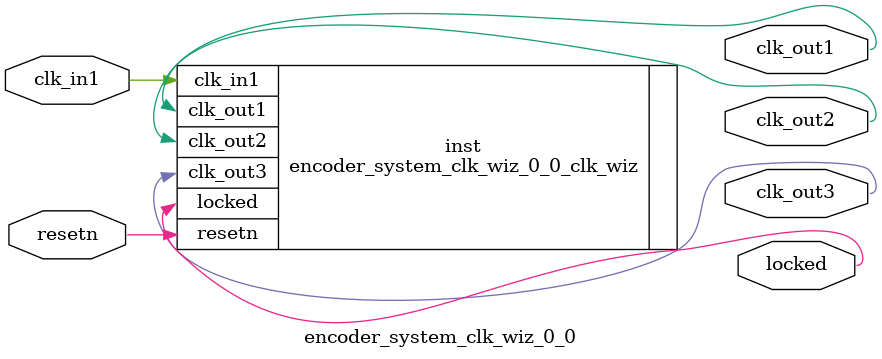
<source format=v>


`timescale 1ps/1ps

(* CORE_GENERATION_INFO = "encoder_system_clk_wiz_0_0,clk_wiz_v6_0_10_0_0,{component_name=encoder_system_clk_wiz_0_0,use_phase_alignment=true,use_min_o_jitter=false,use_max_i_jitter=false,use_dyn_phase_shift=false,use_inclk_switchover=false,use_dyn_reconfig=false,enable_axi=0,feedback_source=FDBK_AUTO,PRIMITIVE=MMCM,num_out_clk=3,clkin1_period=8.000,clkin2_period=10.000,use_power_down=false,use_reset=true,use_locked=true,use_inclk_stopped=false,feedback_type=SINGLE,CLOCK_MGR_TYPE=NA,manual_override=false}" *)

module encoder_system_clk_wiz_0_0 
 (
  // Clock out ports
  output        clk_out1,
  output        clk_out2,
  output        clk_out3,
  // Status and control signals
  input         resetn,
  output        locked,
 // Clock in ports
  input         clk_in1
 );

  encoder_system_clk_wiz_0_0_clk_wiz inst
  (
  // Clock out ports  
  .clk_out1(clk_out1),
  .clk_out2(clk_out2),
  .clk_out3(clk_out3),
  // Status and control signals               
  .resetn(resetn), 
  .locked(locked),
 // Clock in ports
  .clk_in1(clk_in1)
  );

endmodule

</source>
